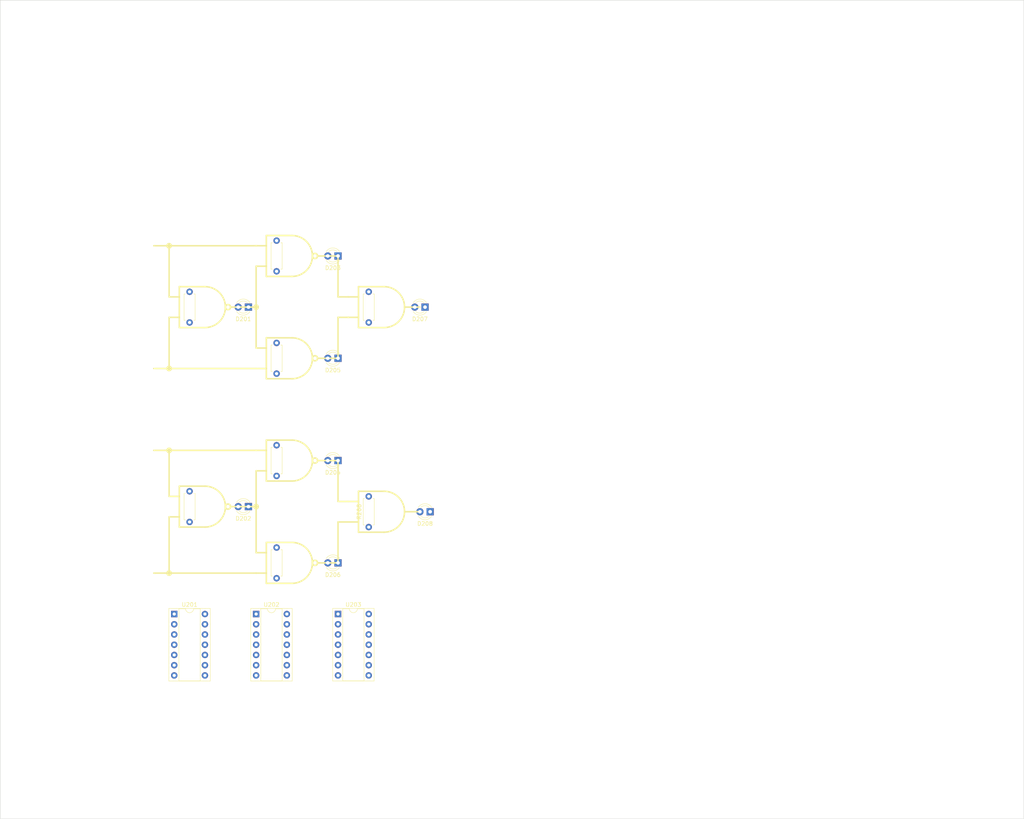
<source format=kicad_pcb>
(kicad_pcb (version 20221018) (generator pcbnew)
  (layers (0 "F.Cu" signal) (31 "B.Cu" signal) (34 "B.Paste" user) (35 "F.Paste" user) (36 "B.SilkS" user "B.Silkscreen") (37 "F.SilkS" user "F.Silkscreen") (38 "B.Mask" user) (39 "F.Mask" user) (44 "Edge.Cuts" user))
  (net 0 "")
  (net 1 "GND")
  (net 2 "Net-(D201-A)")
  (net 3 "Net-(D202-A)")
  (net 4 "Net-(D203-A)")
  (net 5 "Net-(D204-A)")
  (net 6 "Net-(D205-A)")
  (net 7 "Net-(D206-A)")
  (net 8 "/Compare/A_{1}NANDB_{1}")
  (net 9 "/Compare/A_{0}NANDB_{0}")
  (net 10 "/Compare/Ind0")
  (net 11 "/Compare/Ind3")
  (net 12 "/Compare/Ind1")
  (net 13 "/Compare/Ind4")
  (net 14 "/Compare/A_{1}XNORB_{1}")
  (net 15 "/Compare/A_{0}XNORB_{0}")
  (net 16 "/Compare/A0")
  (net 17 "/Compare/B0")
  (net 18 "/Compare/A1")
  (net 19 "/Compare/B1")
  (net 20 "+5V")
  (net 21 "Net-(D207-A)")
  (net 22 "Net-(D208-A)")
  (net 25 "Net-(U203-Pad12)")
  (net 26 "Net-(U203-Pad10)")
  (footprint "Resistor_THT:R_Axial_DIN0207_L6.3mm_D2.5mm_P7.62mm_Horizontal" (layer "F.Cu") (at 91.44 80.01 90)
    (fp_text reference "R207" hide)
    (fp_text value "R")
    (fp_line (start 0.54 -1.37) (end 7.08 -1.37) (stroke (width 0.12)) (layer "F.SilkS"))
    (fp_line (start 0.54 -1.04) (end 0.54 -1.37) (stroke (width 0.12)) (layer "F.SilkS"))
    (fp_line (start 0.54 1.04) (end 0.54 1.37) (stroke (width 0.12)) (layer "F.SilkS"))
    (fp_line (start 0.54 1.37) (end 7.08 1.37) (stroke (width 0.12)) (layer "F.SilkS"))
    (fp_line (start 7.08 -1.37) (end 7.08 -1.04) (stroke (width 0.12)) (layer "F.SilkS"))
    (fp_line (start 7.08 1.37) (end 7.08 1.04) (stroke (width 0.12)) (layer "F.SilkS"))
    (pad "1" thru_hole circle (at 0 0 90) (size 1.6 1.6) (drill 0.8) (layers "*.Cu" "*.Mask") (net 14 "/Compare/A_{1}XNORB_{1}"))
    (pad "2" thru_hole oval (at 7.62 0 90) (size 1.6 1.6) (drill 0.8) (layers "*.Cu" "*.Mask") (net 21 "Net-(D207-A)"))
  )
  (footprint "Resistor_THT:R_Axial_DIN0207_L6.3mm_D2.5mm_P7.62mm_Horizontal" (layer "F.Cu") (at 46.99 80.01 90)
    (fp_text reference "R201" hide)
    (fp_text value "R")
    (fp_line (start 0.54 -1.37) (end 7.08 -1.37) (stroke (width 0.12)) (layer "F.SilkS"))
    (fp_line (start 0.54 -1.04) (end 0.54 -1.37) (stroke (width 0.12)) (layer "F.SilkS"))
    (fp_line (start 0.54 1.04) (end 0.54 1.37) (stroke (width 0.12)) (layer "F.SilkS"))
    (fp_line (start 0.54 1.37) (end 7.08 1.37) (stroke (width 0.12)) (layer "F.SilkS"))
    (fp_line (start 7.08 -1.37) (end 7.08 -1.04) (stroke (width 0.12)) (layer "F.SilkS"))
    (fp_line (start 7.08 1.37) (end 7.08 1.04) (stroke (width 0.12)) (layer "F.SilkS"))
    (pad "1" thru_hole circle (at 0 0 90) (size 1.6 1.6) (drill 0.8) (layers "*.Cu" "*.Mask") (net 8 "/Compare/A_{1}NANDB_{1}"))
    (pad "2" thru_hole oval (at 7.62 0 90) (size 1.6 1.6) (drill 0.8) (layers "*.Cu" "*.Mask") (net 2 "Net-(D201-A)"))
  )
  (footprint "LED_THT:LED_D3.0mm" (layer "F.Cu") (at 106.68 127 180)
    (fp_text reference "D208" (at 1.27 -2.96 180) (layer "F.SilkS"))
    (fp_text value "LED")
    (fp_line (start -0.29 -1.236) (end -0.29 -1.08) (stroke (width 0.12)) (layer "F.SilkS"))
    (fp_line (start -0.29 1.08) (end -0.29 1.236) (stroke (width 0.12)) (layer "F.SilkS"))
    (fp_arc (start -0.29 -1.235516) (mid 1.366487 -1.987659) (end 2.942335 -1.078608) (stroke (width 0.12)) (layer "F.SilkS"))
    (fp_arc (start 0.229039 -1.08) (mid 1.270117 -1.5) (end 2.31113 -1.079837) (stroke (width 0.12)) (layer "F.SilkS"))
    (fp_arc (start 2.31113 1.079837) (mid 1.270117 1.5) (end 0.229039 1.08) (stroke (width 0.12)) (layer "F.SilkS"))
    (fp_arc (start 2.942335 1.078608) (mid 1.366487 1.987659) (end -0.29 1.235516) (stroke (width 0.12)) (layer "F.SilkS"))
    (pad "1" thru_hole rect (at 0 0 180) (size 1.8 1.8) (drill 0.9) (layers "*.Cu" "*.Mask") (net 1 "GND"))
    (pad "2" thru_hole circle (at 2.54 0 180) (size 1.8 1.8) (drill 0.9) (layers "*.Cu" "*.Mask") (net 22 "Net-(D208-A)"))
  )
  (footprint "LED_THT:LED_D3.0mm" (layer "F.Cu") (at 83.82 63.5 180)
    (fp_text reference "D203" (at 1.27 -2.96 180) (layer "F.SilkS"))
    (fp_text value "LED")
    (fp_line (start -0.29 -1.236) (end -0.29 -1.08) (stroke (width 0.12)) (layer "F.SilkS"))
    (fp_line (start -0.29 1.08) (end -0.29 1.236) (stroke (width 0.12)) (layer "F.SilkS"))
    (fp_arc (start -0.29 -1.235516) (mid 1.366487 -1.987659) (end 2.942335 -1.078608) (stroke (width 0.12)) (layer "F.SilkS"))
    (fp_arc (start 0.229039 -1.08) (mid 1.270117 -1.5) (end 2.31113 -1.079837) (stroke (width 0.12)) (layer "F.SilkS"))
    (fp_arc (start 2.31113 1.079837) (mid 1.270117 1.5) (end 0.229039 1.08) (stroke (width 0.12)) (layer "F.SilkS"))
    (fp_arc (start 2.942335 1.078608) (mid 1.366487 1.987659) (end -0.29 1.235516) (stroke (width 0.12)) (layer "F.SilkS"))
    (pad "1" thru_hole rect (at 0 0 180) (size 1.8 1.8) (drill 0.9) (layers "*.Cu" "*.Mask") (net 1 "GND"))
    (pad "2" thru_hole circle (at 2.54 0 180) (size 1.8 1.8) (drill 0.9) (layers "*.Cu" "*.Mask") (net 4 "Net-(D203-A)"))
  )
  (footprint "LED_THT:LED_D3.0mm" (layer "F.Cu") (at 61.595 125.73 180)
    (fp_text reference "D202" (at 1.27 -2.96 180) (layer "F.SilkS"))
    (fp_text value "LED")
    (fp_line (start -0.29 -1.236) (end -0.29 -1.08) (stroke (width 0.12)) (layer "F.SilkS"))
    (fp_line (start -0.29 1.08) (end -0.29 1.236) (stroke (width 0.12)) (layer "F.SilkS"))
    (fp_arc (start -0.29 -1.235516) (mid 1.366487 -1.987659) (end 2.942335 -1.078608) (stroke (width 0.12)) (layer "F.SilkS"))
    (fp_arc (start 0.229039 -1.08) (mid 1.270117 -1.5) (end 2.31113 -1.079837) (stroke (width 0.12)) (layer "F.SilkS"))
    (fp_arc (start 2.31113 1.079837) (mid 1.270117 1.5) (end 0.229039 1.08) (stroke (width 0.12)) (layer "F.SilkS"))
    (fp_arc (start 2.942335 1.078608) (mid 1.366487 1.987659) (end -0.29 1.235516) (stroke (width 0.12)) (layer "F.SilkS"))
    (pad "1" thru_hole rect (at 0 0 180) (size 1.8 1.8) (drill 0.9) (layers "*.Cu" "*.Mask") (net 1 "GND"))
    (pad "2" thru_hole circle (at 2.54 0 180) (size 1.8 1.8) (drill 0.9) (layers "*.Cu" "*.Mask") (net 3 "Net-(D202-A)"))
  )
  (footprint "LED_THT:LED_D3.0mm" (layer "F.Cu") (at 61.595 76.2 180)
    (fp_text reference "D201" (at 1.27 -2.96 180) (layer "F.SilkS"))
    (fp_text value "LED")
    (fp_line (start -0.29 -1.236) (end -0.29 -1.08) (stroke (width 0.12)) (layer "F.SilkS"))
    (fp_line (start -0.29 1.08) (end -0.29 1.236) (stroke (width 0.12)) (layer "F.SilkS"))
    (fp_arc (start -0.29 -1.235516) (mid 1.366487 -1.987659) (end 2.942335 -1.078608) (stroke (width 0.12)) (layer "F.SilkS"))
    (fp_arc (start 0.229039 -1.08) (mid 1.270117 -1.5) (end 2.31113 -1.079837) (stroke (width 0.12)) (layer "F.SilkS"))
    (fp_arc (start 2.31113 1.079837) (mid 1.270117 1.5) (end 0.229039 1.08) (stroke (width 0.12)) (layer "F.SilkS"))
    (fp_arc (start 2.942335 1.078608) (mid 1.366487 1.987659) (end -0.29 1.235516) (stroke (width 0.12)) (layer "F.SilkS"))
    (pad "1" thru_hole rect (at 0 0 180) (size 1.8 1.8) (drill 0.9) (layers "*.Cu" "*.Mask") (net 1 "GND"))
    (pad "2" thru_hole circle (at 2.54 0 180) (size 1.8 1.8) (drill 0.9) (layers "*.Cu" "*.Mask") (net 2 "Net-(D201-A)"))
  )
  (footprint "Package_DIP:DIP-14_W7.62mm_Socket" (layer "F.Cu") (at 43.18 152.4)
    (fp_text reference "U201" (at 3.81 -2.33) (layer "F.SilkS"))
    (fp_text value "74HC00")
    (fp_line (start -1.33 -1.39) (end -1.33 16.63) (stroke (width 0.12)) (layer "F.SilkS"))
    (fp_line (start -1.33 16.63) (end 8.95 16.63) (stroke (width 0.12)) (layer "F.SilkS"))
    (fp_line (start 1.16 -1.33) (end 1.16 16.57) (stroke (width 0.12)) (layer "F.SilkS"))
    (fp_line (start 1.16 16.57) (end 6.46 16.57) (stroke (width 0.12)) (layer "F.SilkS"))
    (fp_line (start 2.81 -1.33) (end 1.16 -1.33) (stroke (width 0.12)) (layer "F.SilkS"))
    (fp_line (start 6.46 -1.33) (end 4.81 -1.33) (stroke (width 0.12)) (layer "F.SilkS"))
    (fp_line (start 6.46 16.57) (end 6.46 -1.33) (stroke (width 0.12)) (layer "F.SilkS"))
    (fp_line (start 8.95 -1.39) (end -1.33 -1.39) (stroke (width 0.12)) (layer "F.SilkS"))
    (fp_line (start 8.95 16.63) (end 8.95 -1.39) (stroke (width 0.12)) (layer "F.SilkS"))
    (fp_arc (start 4.81 -1.33) (mid 3.81 -0.33) (end 2.81 -1.33) (stroke (width 0.12)) (layer "F.SilkS"))
    (pad "1" thru_hole rect (at 0 0) (size 1.6 1.6) (drill 0.8) (layers "*.Cu" "*.Mask") (net 16 "/Compare/A0"))
    (pad "2" thru_hole oval (at 0 2.54) (size 1.6 1.6) (drill 0.8) (layers "*.Cu" "*.Mask") (net 17 "/Compare/B0"))
    (pad "3" thru_hole oval (at 0 5.08) (size 1.6 1.6) (drill 0.8) (layers "*.Cu" "*.Mask") (net 9 "/Compare/A_{0}NANDB_{0}"))
    (pad "4" thru_hole oval (at 0 7.62) (size 1.6 1.6) (drill 0.8) (layers "*.Cu" "*.Mask") (net 18 "/Compare/A1"))
    (pad "5" thru_hole oval (at 0 10.16) (size 1.6 1.6) (drill 0.8) (layers "*.Cu" "*.Mask") (net 19 "/Compare/B1"))
    (pad "6" thru_hole oval (at 0 12.7) (size 1.6 1.6) (drill 0.8) (layers "*.Cu" "*.Mask") (net 8 "/Compare/A_{1}NANDB_{1}"))
    (pad "7" thru_hole oval (at 0 15.24) (size 1.6 1.6) (drill 0.8) (layers "*.Cu" "*.Mask") (net 1 "GND"))
    (pad "8" thru_hole oval (at 7.62 15.24) (size 1.6 1.6) (drill 0.8) (layers "*.Cu" "*.Mask"))
    (pad "9" thru_hole oval (at 7.62 12.7) (size 1.6 1.6) (drill 0.8) (layers "*.Cu" "*.Mask") (net 1 "GND"))
    (pad "10" thru_hole oval (at 7.62 10.16) (size 1.6 1.6) (drill 0.8) (layers "*.Cu" "*.Mask") (net 1 "GND"))
    (pad "11" thru_hole oval (at 7.62 7.62) (size 1.6 1.6) (drill 0.8) (layers "*.Cu" "*.Mask"))
    (pad "12" thru_hole oval (at 7.62 5.08) (size 1.6 1.6) (drill 0.8) (layers "*.Cu" "*.Mask") (net 1 "GND"))
    (pad "13" thru_hole oval (at 7.62 2.54) (size 1.6 1.6) (drill 0.8) (layers "*.Cu" "*.Mask") (net 1 "GND"))
    (pad "14" thru_hole oval (at 7.62 0) (size 1.6 1.6) (drill 0.8) (layers "*.Cu" "*.Mask") (net 20 "+5V"))
  )
  (footprint "LED_THT:LED_D3.0mm" (layer "F.Cu") (at 83.82 114.3 180)
    (fp_text reference "D204" (at 1.27 -2.96 180) (layer "F.SilkS"))
    (fp_text value "LED")
    (fp_line (start -0.29 -1.236) (end -0.29 -1.08) (stroke (width 0.12)) (layer "F.SilkS"))
    (fp_line (start -0.29 1.08) (end -0.29 1.236) (stroke (width 0.12)) (layer "F.SilkS"))
    (fp_arc (start -0.29 -1.235516) (mid 1.366487 -1.987659) (end 2.942335 -1.078608) (stroke (width 0.12)) (layer "F.SilkS"))
    (fp_arc (start 0.229039 -1.08) (mid 1.270117 -1.5) (end 2.31113 -1.079837) (stroke (width 0.12)) (layer "F.SilkS"))
    (fp_arc (start 2.31113 1.079837) (mid 1.270117 1.5) (end 0.229039 1.08) (stroke (width 0.12)) (layer "F.SilkS"))
    (fp_arc (start 2.942335 1.078608) (mid 1.366487 1.987659) (end -0.29 1.235516) (stroke (width 0.12)) (layer "F.SilkS"))
    (pad "1" thru_hole rect (at 0 0 180) (size 1.8 1.8) (drill 0.9) (layers "*.Cu" "*.Mask") (net 1 "GND"))
    (pad "2" thru_hole circle (at 2.54 0 180) (size 1.8 1.8) (drill 0.9) (layers "*.Cu" "*.Mask") (net 5 "Net-(D204-A)"))
  )
  (footprint "LED_THT:LED_D3.0mm" (layer "F.Cu") (at 105.41 76.2 180)
    (fp_text reference "D207" (at 1.27 -2.96 180) (layer "F.SilkS"))
    (fp_text value "LED")
    (fp_line (start -0.29 -1.236) (end -0.29 -1.08) (stroke (width 0.12)) (layer "F.SilkS"))
    (fp_line (start -0.29 1.08) (end -0.29 1.236) (stroke (width 0.12)) (layer "F.SilkS"))
    (fp_arc (start -0.29 -1.235516) (mid 1.366487 -1.987659) (end 2.942335 -1.078608) (stroke (width 0.12)) (layer "F.SilkS"))
    (fp_arc (start 0.229039 -1.08) (mid 1.270117 -1.5) (end 2.31113 -1.079837) (stroke (width 0.12)) (layer "F.SilkS"))
    (fp_arc (start 2.31113 1.079837) (mid 1.270117 1.5) (end 0.229039 1.08) (stroke (width 0.12)) (layer "F.SilkS"))
    (fp_arc (start 2.942335 1.078608) (mid 1.366487 1.987659) (end -0.29 1.235516) (stroke (width 0.12)) (layer "F.SilkS"))
    (pad "1" thru_hole rect (at 0 0 180) (size 1.8 1.8) (drill 0.9) (layers "*.Cu" "*.Mask") (net 1 "GND"))
    (pad "2" thru_hole circle (at 2.54 0 180) (size 1.8 1.8) (drill 0.9) (layers "*.Cu" "*.Mask") (net 21 "Net-(D207-A)"))
  )
  (footprint "Resistor_THT:R_Axial_DIN0207_L6.3mm_D2.5mm_P7.62mm_Horizontal" (layer "F.Cu") (at 46.99 129.54 90)
    (fp_text reference "R202" hide)
    (fp_text value "R")
    (fp_line (start 0.54 -1.37) (end 7.08 -1.37) (stroke (width 0.12)) (layer "F.SilkS"))
    (fp_line (start 0.54 -1.04) (end 0.54 -1.37) (stroke (width 0.12)) (layer "F.SilkS"))
    (fp_line (start 0.54 1.04) (end 0.54 1.37) (stroke (width 0.12)) (layer "F.SilkS"))
    (fp_line (start 0.54 1.37) (end 7.08 1.37) (stroke (width 0.12)) (layer "F.SilkS"))
    (fp_line (start 7.08 -1.37) (end 7.08 -1.04) (stroke (width 0.12)) (layer "F.SilkS"))
    (fp_line (start 7.08 1.37) (end 7.08 1.04) (stroke (width 0.12)) (layer "F.SilkS"))
    (pad "1" thru_hole circle (at 0 0 90) (size 1.6 1.6) (drill 0.8) (layers "*.Cu" "*.Mask") (net 9 "/Compare/A_{0}NANDB_{0}"))
    (pad "2" thru_hole oval (at 7.62 0 90) (size 1.6 1.6) (drill 0.8) (layers "*.Cu" "*.Mask") (net 3 "Net-(D202-A)"))
  )
  (footprint "Package_DIP:DIP-14_W7.62mm_Socket" (layer "F.Cu") (at 83.82 152.395)
    (fp_text reference "U203" (at 3.81 -2.33) (layer "F.SilkS"))
    (fp_text value "74HC00")
    (fp_line (start -1.33 -1.39) (end -1.33 16.63) (stroke (width 0.12)) (layer "F.SilkS"))
    (fp_line (start -1.33 16.63) (end 8.95 16.63) (stroke (width 0.12)) (layer "F.SilkS"))
    (fp_line (start 1.16 -1.33) (end 1.16 16.57) (stroke (width 0.12)) (layer "F.SilkS"))
    (fp_line (start 1.16 16.57) (end 6.46 16.57) (stroke (width 0.12)) (layer "F.SilkS"))
    (fp_line (start 2.81 -1.33) (end 1.16 -1.33) (stroke (width 0.12)) (layer "F.SilkS"))
    (fp_line (start 6.46 -1.33) (end 4.81 -1.33) (stroke (width 0.12)) (layer "F.SilkS"))
    (fp_line (start 6.46 16.57) (end 6.46 -1.33) (stroke (width 0.12)) (layer "F.SilkS"))
    (fp_line (start 8.95 -1.39) (end -1.33 -1.39) (stroke (width 0.12)) (layer "F.SilkS"))
    (fp_line (start 8.95 16.63) (end 8.95 -1.39) (stroke (width 0.12)) (layer "F.SilkS"))
    (fp_arc (start 4.81 -1.33) (mid 3.81 -0.33) (end 2.81 -1.33) (stroke (width 0.12)) (layer "F.SilkS"))
    (pad "1" thru_hole rect (at 0 0) (size 1.6 1.6) (drill 0.8) (layers "*.Cu" "*.Mask") (net 10 "/Compare/Ind0"))
    (pad "2" thru_hole oval (at 0 2.54) (size 1.6 1.6) (drill 0.8) (layers "*.Cu" "*.Mask") (net 12 "/Compare/Ind1"))
    (pad "3" thru_hole oval (at 0 5.08) (size 1.6 1.6) (drill 0.8) (layers "*.Cu" "*.Mask") (net 25 "Net-(U203-Pad12)"))
    (pad "4" thru_hole oval (at 0 7.62) (size 1.6 1.6) (drill 0.8) (layers "*.Cu" "*.Mask") (net 11 "/Compare/Ind3"))
    (pad "5" thru_hole oval (at 0 10.16) (size 1.6 1.6) (drill 0.8) (layers "*.Cu" "*.Mask") (net 13 "/Compare/Ind4"))
    (pad "6" thru_hole oval (at 0 12.7) (size 1.6 1.6) (drill 0.8) (layers "*.Cu" "*.Mask") (net 26 "Net-(U203-Pad10)"))
    (pad "7" thru_hole oval (at 0 15.24) (size 1.6 1.6) (drill 0.8) (layers "*.Cu" "*.Mask") (net 1 "GND"))
    (pad "8" thru_hole oval (at 7.62 15.24) (size 1.6 1.6) (drill 0.8) (layers "*.Cu" "*.Mask") (net 15 "/Compare/A_{0}XNORB_{0}"))
    (pad "9" thru_hole oval (at 7.62 12.7) (size 1.6 1.6) (drill 0.8) (layers "*.Cu" "*.Mask") (net 26 "Net-(U203-Pad10)"))
    (pad "10" thru_hole oval (at 7.62 10.16) (size 1.6 1.6) (drill 0.8) (layers "*.Cu" "*.Mask") (net 26 "Net-(U203-Pad10)"))
    (pad "11" thru_hole oval (at 7.62 7.62) (size 1.6 1.6) (drill 0.8) (layers "*.Cu" "*.Mask") (net 14 "/Compare/A_{1}XNORB_{1}"))
    (pad "12" thru_hole oval (at 7.62 5.08) (size 1.6 1.6) (drill 0.8) (layers "*.Cu" "*.Mask") (net 25 "Net-(U203-Pad12)"))
    (pad "13" thru_hole oval (at 7.62 2.54) (size 1.6 1.6) (drill 0.8) (layers "*.Cu" "*.Mask") (net 25 "Net-(U203-Pad12)"))
    (pad "14" thru_hole oval (at 7.62 0) (size 1.6 1.6) (drill 0.8) (layers "*.Cu" "*.Mask") (net 20 "+5V"))
  )
  (footprint "Package_DIP:DIP-14_W7.62mm_Socket" (layer "F.Cu") (at 63.5 152.4)
    (fp_text reference "U202" (at 3.81 -2.33) (layer "F.SilkS"))
    (fp_text value "74HC00")
    (fp_line (start -1.33 -1.39) (end -1.33 16.63) (stroke (width 0.12)) (layer "F.SilkS"))
    (fp_line (start -1.33 16.63) (end 8.95 16.63) (stroke (width 0.12)) (layer "F.SilkS"))
    (fp_line (start 1.16 -1.33) (end 1.16 16.57) (stroke (width 0.12)) (layer "F.SilkS"))
    (fp_line (start 1.16 16.57) (end 6.46 16.57) (stroke (width 0.12)) (layer "F.SilkS"))
    (fp_line (start 2.81 -1.33) (end 1.16 -1.33) (stroke (width 0.12)) (layer "F.SilkS"))
    (fp_line (start 6.46 -1.33) (end 4.81 -1.33) (stroke (width 0.12)) (layer "F.SilkS"))
    (fp_line (start 6.46 16.57) (end 6.46 -1.33) (stroke (width 0.12)) (layer "F.SilkS"))
    (fp_line (start 8.95 -1.39) (end -1.33 -1.39) (stroke (width 0.12)) (layer "F.SilkS"))
    (fp_line (start 8.95 16.63) (end 8.95 -1.39) (stroke (width 0.12)) (layer "F.SilkS"))
    (fp_arc (start 4.81 -1.33) (mid 3.81 -0.33) (end 2.81 -1.33) (stroke (width 0.12)) (layer "F.SilkS"))
    (pad "1" thru_hole rect (at 0 0) (size 1.6 1.6) (drill 0.8) (layers "*.Cu" "*.Mask") (net 18 "/Compare/A1"))
    (pad "2" thru_hole oval (at 0 2.54) (size 1.6 1.6) (drill 0.8) (layers "*.Cu" "*.Mask") (net 8 "/Compare/A_{1}NANDB_{1}"))
    (pad "3" thru_hole oval (at 0 5.08) (size 1.6 1.6) (drill 0.8) (layers "*.Cu" "*.Mask") (net 10 "/Compare/Ind0"))
    (pad "4" thru_hole oval (at 0 7.62) (size 1.6 1.6) (drill 0.8) (layers "*.Cu" "*.Mask") (net 16 "/Compare/A0"))
    (pad "5" thru_hole oval (at 0 10.16) (size 1.6 1.6) (drill 0.8) (layers "*.Cu" "*.Mask") (net 9 "/Compare/A_{0}NANDB_{0}"))
    (pad "6" thru_hole oval (at 0 12.7) (size 1.6 1.6) (drill 0.8) (layers "*.Cu" "*.Mask") (net 11 "/Compare/Ind3"))
    (pad "7" thru_hole oval (at 0 15.24) (size 1.6 1.6) (drill 0.8) (layers "*.Cu" "*.Mask") (net 1 "GND"))
    (pad "8" thru_hole oval (at 7.62 15.24) (size 1.6 1.6) (drill 0.8) (layers "*.Cu" "*.Mask") (net 13 "/Compare/Ind4"))
    (pad "9" thru_hole oval (at 7.62 12.7) (size 1.6 1.6) (drill 0.8) (layers "*.Cu" "*.Mask") (net 9 "/Compare/A_{0}NANDB_{0}"))
    (pad "10" thru_hole oval (at 7.62 10.16) (size 1.6 1.6) (drill 0.8) (layers "*.Cu" "*.Mask") (net 17 "/Compare/B0"))
    (pad "11" thru_hole oval (at 7.62 7.62) (size 1.6 1.6) (drill 0.8) (layers "*.Cu" "*.Mask") (net 12 "/Compare/Ind1"))
    (pad "12" thru_hole oval (at 7.62 5.08) (size 1.6 1.6) (drill 0.8) (layers "*.Cu" "*.Mask") (net 8 "/Compare/A_{1}NANDB_{1}"))
    (pad "13" thru_hole oval (at 7.62 2.54) (size 1.6 1.6) (drill 0.8) (layers "*.Cu" "*.Mask") (net 19 "/Compare/B1"))
    (pad "14" thru_hole oval (at 7.62 0) (size 1.6 1.6) (drill 0.8) (layers "*.Cu" "*.Mask") (net 20 "+5V"))
  )
  (footprint "Resistor_THT:R_Axial_DIN0207_L6.3mm_D2.5mm_P7.62mm_Horizontal" (layer "F.Cu") (at 68.58 92.71 90)
    (fp_text reference "R205" hide)
    (fp_text value "R")
    (fp_line (start 0.54 -1.37) (end 7.08 -1.37) (stroke (width 0.12)) (layer "F.SilkS"))
    (fp_line (start 0.54 -1.04) (end 0.54 -1.37) (stroke (width 0.12)) (layer "F.SilkS"))
    (fp_line (start 0.54 1.04) (end 0.54 1.37) (stroke (width 0.12)) (layer "F.SilkS"))
    (fp_line (start 0.54 1.37) (end 7.08 1.37) (stroke (width 0.12)) (layer "F.SilkS"))
    (fp_line (start 7.08 -1.37) (end 7.08 -1.04) (stroke (width 0.12)) (layer "F.SilkS"))
    (fp_line (start 7.08 1.37) (end 7.08 1.04) (stroke (width 0.12)) (layer "F.SilkS"))
    (pad "1" thru_hole circle (at 0 0 90) (size 1.6 1.6) (drill 0.8) (layers "*.Cu" "*.Mask") (net 12 "/Compare/Ind1"))
    (pad "2" thru_hole oval (at 7.62 0 90) (size 1.6 1.6) (drill 0.8) (layers "*.Cu" "*.Mask") (net 6 "Net-(D205-A)"))
  )
  (footprint "Resistor_THT:R_Axial_DIN0207_L6.3mm_D2.5mm_P7.62mm_Horizontal" (layer "F.Cu") (at 68.58 118.11 90)
    (fp_text reference "R204" hide)
    (fp_text value "R")
    (fp_line (start 0.54 -1.37) (end 7.08 -1.37) (stroke (width 0.12)) (layer "F.SilkS"))
    (fp_line (start 0.54 -1.04) (end 0.54 -1.37) (stroke (width 0.12)) (layer "F.SilkS"))
    (fp_line (start 0.54 1.04) (end 0.54 1.37) (stroke (width 0.12)) (layer "F.SilkS"))
    (fp_line (start 0.54 1.37) (end 7.08 1.37) (stroke (width 0.12)) (layer "F.SilkS"))
    (fp_line (start 7.08 -1.37) (end 7.08 -1.04) (stroke (width 0.12)) (layer "F.SilkS"))
    (fp_line (start 7.08 1.37) (end 7.08 1.04) (stroke (width 0.12)) (layer "F.SilkS"))
    (pad "1" thru_hole circle (at 0 0 90) (size 1.6 1.6) (drill 0.8) (layers "*.Cu" "*.Mask") (net 11 "/Compare/Ind3"))
    (pad "2" thru_hole oval (at 7.62 0 90) (size 1.6 1.6) (drill 0.8) (layers "*.Cu" "*.Mask") (net 5 "Net-(D204-A)"))
  )
  (footprint "Resistor_THT:R_Axial_DIN0207_L6.3mm_D2.5mm_P7.62mm_Horizontal" (layer "F.Cu") (at 68.58 67.31 90)
    (fp_text reference "R203" hide)
    (fp_text value "R")
    (fp_line (start 0.54 -1.37) (end 7.08 -1.37) (stroke (width 0.12)) (layer "F.SilkS"))
    (fp_line (start 0.54 -1.04) (end 0.54 -1.37) (stroke (width 0.12)) (layer "F.SilkS"))
    (fp_line (start 0.54 1.04) (end 0.54 1.37) (stroke (width 0.12)) (layer "F.SilkS"))
    (fp_line (start 0.54 1.37) (end 7.08 1.37) (stroke (width 0.12)) (layer "F.SilkS"))
    (fp_line (start 7.08 -1.37) (end 7.08 -1.04) (stroke (width 0.12)) (layer "F.SilkS"))
    (fp_line (start 7.08 1.37) (end 7.08 1.04) (stroke (width 0.12)) (layer "F.SilkS"))
    (pad "1" thru_hole circle (at 0 0 90) (size 1.6 1.6) (drill 0.8) (layers "*.Cu" "*.Mask") (net 10 "/Compare/Ind0"))
    (pad "2" thru_hole oval (at 7.62 0 90) (size 1.6 1.6) (drill 0.8) (layers "*.Cu" "*.Mask") (net 4 "Net-(D203-A)"))
  )
  (footprint "LED_THT:LED_D3.0mm" (layer "F.Cu") (at 83.82 139.7 180)
    (fp_text reference "D206" (at 1.27 -2.96 180) (layer "F.SilkS"))
    (fp_text value "LED")
    (fp_line (start -0.29 -1.236) (end -0.29 -1.08) (stroke (width 0.12)) (layer "F.SilkS"))
    (fp_line (start -0.29 1.08) (end -0.29 1.236) (stroke (width 0.12)) (layer "F.SilkS"))
    (fp_arc (start -0.29 -1.235516) (mid 1.366487 -1.987659) (end 2.942335 -1.078608) (stroke (width 0.12)) (layer "F.SilkS"))
    (fp_arc (start 0.229039 -1.08) (mid 1.270117 -1.5) (end 2.31113 -1.079837) (stroke (width 0.12)) (layer "F.SilkS"))
    (fp_arc (start 2.31113 1.079837) (mid 1.270117 1.5) (end 0.229039 1.08) (stroke (width 0.12)) (layer "F.SilkS"))
    (fp_arc (start 2.942335 1.078608) (mid 1.366487 1.987659) (end -0.29 1.235516) (stroke (width 0.12)) (layer "F.SilkS"))
    (pad "1" thru_hole rect (at 0 0 180) (size 1.8 1.8) (drill 0.9) (layers "*.Cu" "*.Mask") (net 1 "GND"))
    (pad "2" thru_hole circle (at 2.54 0 180) (size 1.8 1.8) (drill 0.9) (layers "*.Cu" "*.Mask") (net 7 "Net-(D206-A)"))
  )
  (footprint "Resistor_THT:R_Axial_DIN0207_L6.3mm_D2.5mm_P7.62mm_Horizontal" (layer "F.Cu") (at 68.58 143.51 90)
    (fp_text reference "R206" hide)
    (fp_text value "R")
    (fp_line (start 0.54 -1.37) (end 7.08 -1.37) (stroke (width 0.12)) (layer "F.SilkS"))
    (fp_line (start 0.54 -1.04) (end 0.54 -1.37) (stroke (width 0.12)) (layer "F.SilkS"))
    (fp_line (start 0.54 1.04) (end 0.54 1.37) (stroke (width 0.12)) (layer "F.SilkS"))
    (fp_line (start 0.54 1.37) (end 7.08 1.37) (stroke (width 0.12)) (layer "F.SilkS"))
    (fp_line (start 7.08 -1.37) (end 7.08 -1.04) (stroke (width 0.12)) (layer "F.SilkS"))
    (fp_line (start 7.08 1.37) (end 7.08 1.04) (stroke (width 0.12)) (layer "F.SilkS"))
    (pad "1" thru_hole circle (at 0 0 90) (size 1.6 1.6) (drill 0.8) (layers "*.Cu" "*.Mask") (net 13 "/Compare/Ind4"))
    (pad "2" thru_hole oval (at 7.62 0 90) (size 1.6 1.6) (drill 0.8) (layers "*.Cu" "*.Mask") (net 7 "Net-(D206-A)"))
  )
  (footprint "Resistor_THT:R_Axial_DIN0207_L6.3mm_D2.5mm_P7.62mm_Horizontal" (layer "F.Cu") (at 91.44 130.81 90)
    (fp_text reference "R208" (at 3.81 -2.37 90) (layer "F.SilkS"))
    (fp_text value "R")
    (fp_line (start 0.54 -1.37) (end 7.08 -1.37) (stroke (width 0.12)) (layer "F.SilkS"))
    (fp_line (start 0.54 -1.04) (end 0.54 -1.37) (stroke (width 0.12)) (layer "F.SilkS"))
    (fp_line (start 0.54 1.04) (end 0.54 1.37) (stroke (width 0.12)) (layer "F.SilkS"))
    (fp_line (start 0.54 1.37) (end 7.08 1.37) (stroke (width 0.12)) (layer "F.SilkS"))
    (fp_line (start 7.08 -1.37) (end 7.08 -1.04) (stroke (width 0.12)) (layer "F.SilkS"))
    (fp_line (start 7.08 1.37) (end 7.08 1.04) (stroke (width 0.12)) (layer "F.SilkS"))
    (pad "1" thru_hole circle (at 0 0 90) (size 1.6 1.6) (drill 0.8) (layers "*.Cu" "*.Mask") (net 15 "/Compare/A_{0}XNORB_{0}"))
    (pad "2" thru_hole oval (at 7.62 0 90) (size 1.6 1.6) (drill 0.8) (layers "*.Cu" "*.Mask") (net 22 "Net-(D208-A)"))
  )
  (footprint "LED_THT:LED_D3.0mm" (layer "F.Cu") (at 83.82 88.9 180)
    (fp_text reference "D205" (at 1.27 -2.96 180) (layer "F.SilkS"))
    (fp_text value "LED")
    (fp_line (start -0.29 -1.236) (end -0.29 -1.08) (stroke (width 0.12)) (layer "F.SilkS"))
    (fp_line (start -0.29 1.08) (end -0.29 1.236) (stroke (width 0.12)) (layer "F.SilkS"))
    (fp_arc (start -0.29 -1.235516) (mid 1.366487 -1.987659) (end 2.942335 -1.078608) (stroke (width 0.12)) (layer "F.SilkS"))
    (fp_arc (start 0.229039 -1.08) (mid 1.270117 -1.5) (end 2.31113 -1.079837) (stroke (width 0.12)) (layer "F.SilkS"))
    (fp_arc (start 2.31113 1.079837) (mid 1.270117 1.5) (end 0.229039 1.08) (stroke (width 0.12)) (layer "F.SilkS"))
    (fp_arc (start 2.942335 1.078608) (mid 1.366487 1.987659) (end -0.29 1.235516) (stroke (width 0.12)) (layer "F.SilkS"))
    (pad "1" thru_hole rect (at 0 0 180) (size 1.8 1.8) (drill 0.9) (layers "*.Cu" "*.Mask") (net 1 "GND"))
    (pad "2" thru_hole circle (at 2.54 0 180) (size 1.8 1.8) (drill 0.9) (layers "*.Cu" "*.Mask") (net 6 "Net-(D205-A)"))
  )
  (gr_line (start 81.28 63.5) (end 83.82 63.5) (stroke (width 0.381)) (layer "F.SilkS"))
  (gr_line (start 88.9 121.92) (end 95.25 121.92) (stroke (width 0.381)) (layer "F.SilkS"))
  (gr_line (start 66.04 109.22) (end 72.39 109.22) (stroke (width 0.381)) (layer "F.SilkS"))
  (gr_line (start 66.04 91.44) (end 63.5 91.44) (stroke (width 0.381)) (layer "F.SilkS"))
  (gr_arc (start 72.39 83.82) (mid 77.47 88.9) (end 72.39 93.98) (stroke (width 0.381)) (layer "F.SilkS"))
  (gr_circle (center 56.515 76.2) (end 55.88 76.2) (stroke (width 0.381)) (fill none) (layer "F.SilkS"))
  (gr_line (start 66.04 142.24) (end 63.5 142.24) (stroke (width 0.381)) (layer "F.SilkS"))
  (gr_line (start 78.74 114.3) (end 81.28 114.3) (stroke (width 0.381)) (layer "F.SilkS"))
  (gr_line (start 63.5 91.44) (end 38.1 91.44) (stroke (width 0.381)) (layer "F.SilkS"))
  (gr_line (start 83.82 88.9) (end 81.28 88.9) (stroke (width 0.381)) (layer "F.SilkS"))
  (gr_line (start 88.9 132.08) (end 88.9 121.92) (stroke (width 0.381)) (layer "F.SilkS"))
  (gr_line (start 44.45 78.74) (end 41.91 78.74) (stroke (width 0.381)) (layer "F.SilkS"))
  (gr_line (start 66.04 119.38) (end 72.39 119.38) (stroke (width 0.381)) (layer "F.SilkS"))
  (gr_line (start 66.04 60.96) (end 63.5 60.96) (stroke (width 0.381)) (layer "F.SilkS"))
  (gr_line (start 66.04 86.36) (end 63.5 86.36) (stroke (width 0.381)) (layer "F.SilkS"))
  (gr_arc (start 72.39 109.22) (mid 77.47 114.3) (end 72.39 119.38) (stroke (width 0.381)) (layer "F.SilkS"))
  (gr_line (start 63.5 116.84) (end 63.5 137.16) (stroke (width 0.381)) (layer "F.SilkS"))
  (gr_line (start 83.82 129.54) (end 83.82 139.7) (stroke (width 0.381)) (layer "F.SilkS"))
  (gr_line (start 41.91 123.19) (end 41.91 111.76) (stroke (width 0.381)) (layer "F.SilkS"))
  (gr_line (start 100.33 76.2) (end 104.14 76.2) (stroke (width 0.381)) (layer "F.SilkS"))
  (gr_circle (center 78.105 139.7) (end 77.47 139.7) (stroke (width 0.381)) (fill none) (layer "F.SilkS"))
  (gr_line (start 78.74 63.5) (end 81.28 63.5) (stroke (width 0.381)) (layer "F.SilkS"))
  (gr_circle (center 41.91 142.24) (end 42.545 142.24) (stroke (width 0.15)) (fill solid) (layer "F.SilkS"))
  (gr_line (start 57.15 76.2) (end 59.69 76.2) (stroke (width 0.381)) (layer "F.SilkS"))
  (gr_line (start 88.9 129.54) (end 86.36 129.54) (stroke (width 0.381)) (layer "F.SilkS"))
  (gr_line (start 88.9 124.46) (end 86.36 124.46) (stroke (width 0.381)) (layer "F.SilkS"))
  (gr_line (start 83.82 78.74) (end 83.82 88.9) (stroke (width 0.381)) (layer "F.SilkS"))
  (gr_circle (center 78.105 63.5) (end 77.47 63.5) (stroke (width 0.381)) (fill none) (layer "F.SilkS"))
  (gr_circle (center 41.91 111.76) (end 42.545 111.76) (stroke (width 0.15)) (fill solid) (layer "F.SilkS"))
  (gr_line (start 66.04 134.62) (end 72.39 134.62) (stroke (width 0.381)) (layer "F.SilkS"))
  (gr_line (start 57.15 125.73) (end 59.69 125.73) (stroke (width 0.381)) (layer "F.SilkS"))
  (gr_line (start 66.04 116.84) (end 63.5 116.84) (stroke (width 0.381)) (layer "F.SilkS"))
  (gr_circle (center 63.5 76.2) (end 64.135 76.2) (stroke (width 0.15)) (fill solid) (layer "F.SilkS"))
  (gr_line (start 83.82 63.5) (end 83.82 73.66) (stroke (width 0.381)) (layer "F.SilkS"))
  (gr_circle (center 41.91 60.96) (end 42.545 60.96) (stroke (width 0.15)) (fill solid) (layer "F.SilkS"))
  (gr_line (start 44.45 71.12) (end 50.8 71.12) (stroke (width 0.381)) (layer "F.SilkS"))
  (gr_arc (start 72.39 58.42) (mid 77.47 63.5) (end 72.39 68.58) (stroke (width 0.381)) (layer "F.SilkS"))
  (gr_arc (start 95.25 121.92) (mid 100.33 127) (end 95.25 132.08) (stroke (width 0.381)) (layer "F.SilkS"))
  (gr_line (start 66.04 66.04) (end 63.5 66.04) (stroke (width 0.381)) (layer "F.SilkS"))
  (gr_line (start 63.5 60.96) (end 38.1 60.96) (stroke (width 0.381)) (layer "F.SilkS"))
  (gr_line (start 44.45 120.65) (end 50.8 120.65) (stroke (width 0.381)) (layer "F.SilkS"))
  (gr_line (start 66.04 68.58) (end 72.39 68.58) (stroke (width 0.381)) (layer "F.SilkS"))
  (gr_line (start 66.04 144.78) (end 66.04 134.62) (stroke (width 0.381)) (layer "F.SilkS"))
  (gr_circle (center 78.105 88.9) (end 77.47 88.9) (stroke (width 0.381)) (fill none) (layer "F.SilkS"))
  (gr_line (start 66.04 111.76) (end 63.5 111.76) (stroke (width 0.381)) (layer "F.SilkS"))
  (gr_line (start 66.04 58.42) (end 72.39 58.42) (stroke (width 0.381)) (layer "F.SilkS"))
  (gr_line (start 41.91 78.74) (end 41.91 91.44) (stroke (width 0.381)) (layer "F.SilkS"))
  (gr_line (start 88.9 78.74) (end 86.36 78.74) (stroke (width 0.381)) (layer "F.SilkS"))
  (gr_circle (center 63.5 125.73) (end 64.135 125.73) (stroke (width 0.15)) (fill solid) (layer "F.SilkS"))
  (gr_arc (start 95.25 71.12) (mid 100.33 76.2) (end 95.25 81.28) (stroke (width 0.381)) (layer "F.SilkS"))
  (gr_line (start 63.5 86.36) (end 63.5 66.04) (stroke (width 0.381)) (layer "F.SilkS"))
  (gr_line (start 63.5 111.76) (end 38.1 111.76) (stroke (width 0.381)) (layer "F.SilkS"))
  (gr_line (start 78.74 88.9) (end 81.28 88.9) (stroke (width 0.381)) (layer "F.SilkS"))
  (gr_line (start 66.04 68.58) (end 66.04 58.42) (stroke (width 0.381)) (layer "F.SilkS"))
  (gr_line (start 44.45 81.28) (end 44.45 71.12) (stroke (width 0.381)) (layer "F.SilkS"))
  (gr_line (start 83.82 114.3) (end 81.28 114.3) (stroke (width 0.381)) (layer "F.SilkS"))
  (gr_line (start 66.04 93.98) (end 72.39 93.98) (stroke (width 0.381)) (layer "F.SilkS"))
  (gr_arc (start 72.39 134.62) (mid 77.47 139.7) (end 72.39 144.78) (stroke (width 0.381)) (layer "F.SilkS"))
  (gr_line (start 66.04 144.78) (end 72.39 144.78) (stroke (width 0.381)) (layer "F.SilkS"))
  (gr_line (start 44.45 73.66) (end 41.91 73.66) (stroke (width 0.381)) (layer "F.SilkS"))
  (gr_line (start 88.9 73.66) (end 86.36 73.66) (stroke (width 0.381)) (layer "F.SilkS"))
  (gr_line (start 78.74 139.7) (end 81.28 139.7) (stroke (width 0.381)) (layer "F.SilkS"))
  (gr_line (start 44.45 130.81) (end 44.45 120.65) (stroke (width 0.381)) (layer "F.SilkS"))
  (gr_line (start 63.5 125.73) (end 59.69 125.73) (stroke (width 0.381)) (layer "F.SilkS"))
  (gr_line (start 100.33 127) (end 104.14 127) (stroke (width 0.381)) (layer "F.SilkS"))
  (gr_arc (start 50.8 71.12) (mid 55.88 76.2) (end 50.8 81.28) (stroke (width 0.381)) (layer "F.SilkS"))
  (gr_line (start 44.45 130.81) (end 50.8 130.81) (stroke (width 0.381)) (layer "F.SilkS"))
  (gr_line (start 66.04 119.38) (end 66.04 109.22) (stroke (width 0.381)) (layer "F.SilkS"))
  (gr_line (start 66.04 137.16) (end 63.5 137.16) (stroke (width 0.381)) (layer "F.SilkS"))
  (gr_line (start 66.04 93.98) (end 66.04 83.82) (stroke (width 0.381)) (layer "F.SilkS"))
  (gr_line (start 88.9 81.28) (end 95.25 81.28) (stroke (width 0.381)) (layer "F.SilkS"))
  (gr_line (start 41.91 73.66) (end 41.91 60.96) (stroke (width 0.381)) (layer "F.SilkS"))
  (gr_line (start 66.04 83.82) (end 72.39 83.82) (stroke (width 0.381)) (layer "F.SilkS"))
  (gr_line (start 88.9 81.28) (end 88.9 71.12) (stroke (width 0.381)) (layer "F.SilkS"))
  (gr_line (start 44.45 81.28) (end 50.8 81.28) (stroke (width 0.381)) (layer "F.SilkS"))
  (gr_arc (start 50.8 120.65) (mid 55.88 125.73) (end 50.8 130.81) (stroke (width 0.381)) (layer "F.SilkS"))
  (gr_line (start 88.9 71.12) (end 95.25 71.12) (stroke (width 0.381)) (layer "F.SilkS"))
  (gr_line (start 86.36 129.54) (end 83.82 129.54) (stroke (width 0.381)) (layer "F.SilkS"))
  (gr_line (start 63.5 76.2) (end 59.69 76.2) (stroke (width 0.381)) (layer "F.SilkS"))
  (gr_line (start 44.45 128.27) (end 41.91 128.27) (stroke (width 0.381)) (layer "F.SilkS"))
  (gr_line (start 83.82 73.66) (end 86.36 73.66) (stroke (width 0.381)) (layer "F.SilkS"))
  (gr_circle (center 41.91 91.44) (end 42.545 91.44) (stroke (width 0.15)) (fill solid) (layer "F.SilkS"))
  (gr_line (start 86.36 78.74) (end 83.82 78.74) (stroke (width 0.381)) (layer "F.SilkS"))
  (gr_line (start 86.36 124.46) (end 83.82 124.46) (stroke (width 0.381)) (layer "F.SilkS"))
  (gr_circle (center 78.105 114.3) (end 77.47 114.3) (stroke (width 0.381)) (fill none) (layer "F.SilkS"))
  (gr_line (start 83.82 139.7) (end 81.28 139.7) (stroke (width 0.381)) (layer "F.SilkS"))
  (gr_line (start 44.45 123.19) (end 41.91 123.19) (stroke (width 0.381)) (layer "F.SilkS"))
  (gr_line (start 41.91 128.27) (end 41.91 142.24) (stroke (width 0.381)) (layer "F.SilkS"))
  (gr_line (start 88.9 132.08) (end 95.25 132.08) (stroke (width 0.381)) (layer "F.SilkS"))
  (gr_line (start 63.5 142.24) (end 38.1 142.24) (stroke (width 0.381)) (layer "F.SilkS"))
  (gr_circle (center 56.515 125.73) (end 55.88 125.73) (stroke (width 0.381)) (fill none) (layer "F.SilkS"))
  (gr_line (start 83.82 124.46) (end 83.82 114.3) (stroke (width 0.381)) (layer "F.SilkS"))
  (gr_rect (start 0 0) (end 254 203.2) (stroke (width 0.1)) (fill none) (layer "Edge.Cuts"))
)
</source>
